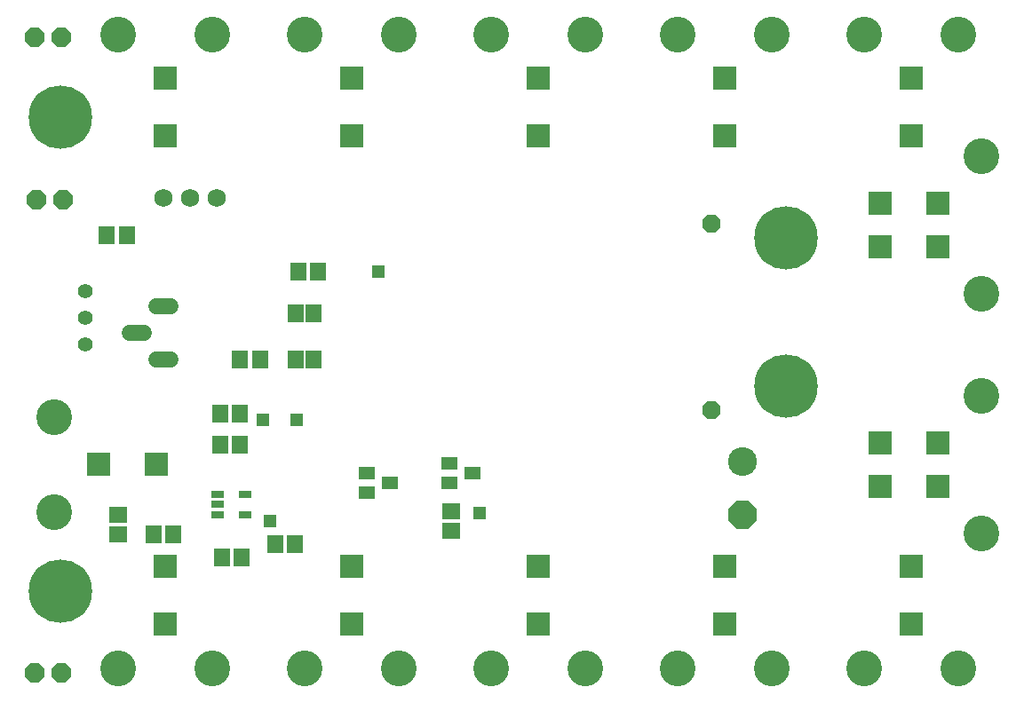
<source format=gbs>
G75*
%MOIN*%
%OFA0B0*%
%FSLAX24Y24*%
%IPPOS*%
%LPD*%
%AMOC8*
5,1,8,0,0,1.08239X$1,22.5*
%
%ADD10C,0.1080*%
%ADD11OC8,0.1080*%
%ADD12R,0.0592X0.0671*%
%ADD13R,0.0502X0.0276*%
%ADD14R,0.0907X0.0907*%
%ADD15C,0.1340*%
%ADD16R,0.0710X0.0592*%
%ADD17R,0.0592X0.0710*%
%ADD18C,0.0556*%
%ADD19OC8,0.0740*%
%ADD20C,0.0680*%
%ADD21C,0.2380*%
%ADD22R,0.0631X0.0474*%
%ADD23C,0.0600*%
%ADD24OC8,0.0680*%
%ADD25R,0.0476X0.0476*%
D10*
X029771Y011708D03*
D11*
X029771Y009708D03*
D12*
X013668Y015521D03*
X012998Y015521D03*
X012998Y017271D03*
X013668Y017271D03*
D13*
X011100Y010457D03*
X011100Y009709D03*
X010066Y009709D03*
X010066Y010083D03*
X010066Y010457D03*
D14*
X007748Y011583D03*
X005583Y011583D03*
X008083Y007748D03*
X008083Y005583D03*
X015083Y005583D03*
X015083Y007748D03*
X022083Y007748D03*
X022083Y005583D03*
X029083Y005583D03*
X029083Y007748D03*
X034918Y010756D03*
X037083Y010756D03*
X037083Y012410D03*
X034918Y012410D03*
X036083Y007748D03*
X036083Y005583D03*
X037083Y019756D03*
X037083Y021410D03*
X034918Y021410D03*
X034918Y019756D03*
X036083Y023918D03*
X036083Y026083D03*
X029083Y026083D03*
X029083Y023918D03*
X022083Y023918D03*
X022083Y026083D03*
X015083Y026083D03*
X015083Y023918D03*
X008083Y023918D03*
X008083Y026083D03*
D15*
X006311Y027737D03*
X009855Y027737D03*
X013311Y027737D03*
X016855Y027737D03*
X020311Y027737D03*
X023855Y027737D03*
X027311Y027737D03*
X030855Y027737D03*
X034311Y027737D03*
X037855Y027737D03*
X038737Y023181D03*
X038737Y017985D03*
X038737Y014181D03*
X038737Y008985D03*
X037855Y003930D03*
X034311Y003930D03*
X030855Y003930D03*
X027311Y003930D03*
X023855Y003930D03*
X020311Y003930D03*
X016855Y003930D03*
X013311Y003930D03*
X009855Y003930D03*
X006311Y003930D03*
X003930Y009811D03*
X003930Y013355D03*
D16*
X006333Y009707D03*
X006333Y008959D03*
X018833Y009084D03*
X018833Y009832D03*
D17*
X012957Y008583D03*
X012209Y008583D03*
X010957Y008083D03*
X010209Y008083D03*
X008395Y008958D03*
X007647Y008958D03*
X010147Y012333D03*
X010895Y012333D03*
X010892Y013512D03*
X010144Y013512D03*
X010897Y015521D03*
X011645Y015521D03*
X013084Y018833D03*
X013832Y018833D03*
X006645Y020208D03*
X005897Y020208D03*
D18*
X005083Y018083D03*
X005083Y017083D03*
X005083Y016083D03*
D19*
X003208Y003771D03*
X004208Y003771D03*
X004271Y021521D03*
X003271Y021521D03*
X003208Y027646D03*
X004208Y027646D03*
D20*
X008021Y021583D03*
X009021Y021583D03*
X010021Y021583D03*
D21*
X004146Y024646D03*
X004146Y006833D03*
X031396Y014521D03*
X031396Y020083D03*
D22*
X019641Y011271D03*
X018775Y011645D03*
X018775Y010897D03*
X016516Y010896D03*
X015650Y011270D03*
X015650Y010522D03*
D23*
X008281Y015521D02*
X007761Y015521D01*
X007281Y016521D02*
X006761Y016521D01*
X007761Y017521D02*
X008281Y017521D01*
D24*
X028583Y020646D03*
X028583Y013646D03*
D25*
X019896Y009771D03*
X013021Y013271D03*
X011771Y013271D03*
X012021Y009458D03*
X016083Y018833D03*
M02*

</source>
